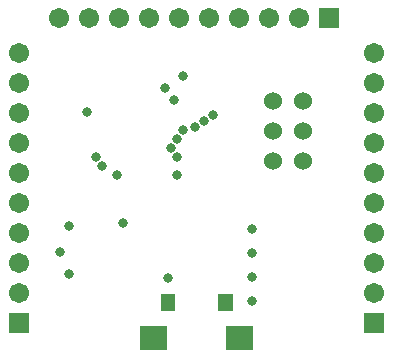
<source format=gbs>
G04*
G04 #@! TF.GenerationSoftware,Altium Limited,Altium Designer,20.2.4 (192)*
G04*
G04 Layer_Color=16711935*
%FSLAX25Y25*%
%MOIN*%
G70*
G04*
G04 #@! TF.SameCoordinates,10D436F5-3F1F-4B74-8332-D6DC9BA31C1D*
G04*
G04*
G04 #@! TF.FilePolarity,Negative*
G04*
G01*
G75*
%ADD33C,0.06706*%
%ADD34R,0.06706X0.06706*%
%ADD35R,0.06706X0.06706*%
%ADD36C,0.06000*%
%ADD37O,0.04540X0.08280*%
%ADD38C,0.04934*%
%ADD39C,0.03162*%
G36*
X201572Y125886D02*
X210630D01*
Y117616D01*
X201572D01*
Y125886D01*
D02*
G37*
G36*
X208460Y136417D02*
X213386D01*
Y130708D01*
X208460D01*
Y136417D01*
D02*
G37*
G36*
X230324Y125886D02*
X239370D01*
Y117605D01*
X230324D01*
Y125886D01*
D02*
G37*
G36*
X227566Y136417D02*
X232480D01*
Y130707D01*
X227566D01*
Y136417D01*
D02*
G37*
D33*
X279528Y136850D02*
D03*
Y146850D02*
D03*
Y156850D02*
D03*
Y166850D02*
D03*
Y176850D02*
D03*
Y186850D02*
D03*
Y196850D02*
D03*
Y206850D02*
D03*
Y216850D02*
D03*
X161417Y136850D02*
D03*
Y146850D02*
D03*
Y156850D02*
D03*
Y166850D02*
D03*
Y176850D02*
D03*
Y186850D02*
D03*
Y196850D02*
D03*
Y206850D02*
D03*
Y216850D02*
D03*
X254724Y228346D02*
D03*
X244724D02*
D03*
X234724D02*
D03*
X224724D02*
D03*
X214724D02*
D03*
X204724D02*
D03*
X194724D02*
D03*
X184724D02*
D03*
X174724D02*
D03*
D34*
X279528Y126850D02*
D03*
X161417D02*
D03*
D35*
X264724Y228346D02*
D03*
D36*
X255906Y200787D02*
D03*
Y190787D02*
D03*
Y180787D02*
D03*
X245905D02*
D03*
Y190787D02*
D03*
Y200787D02*
D03*
D37*
X234301Y121752D02*
D03*
X206644D02*
D03*
D38*
X230020Y133563D02*
D03*
X210925D02*
D03*
D39*
X216000Y191000D02*
D03*
X184000Y197000D02*
D03*
X214000Y188000D02*
D03*
X212000Y185000D02*
D03*
X214000Y176000D02*
D03*
Y182000D02*
D03*
X196000Y160000D02*
D03*
X187000Y182000D02*
D03*
X210983Y141684D02*
D03*
X194000Y176000D02*
D03*
X189000Y179000D02*
D03*
X216000Y209000D02*
D03*
X213000Y201000D02*
D03*
X210000Y205000D02*
D03*
X178000Y143000D02*
D03*
Y159000D02*
D03*
X174823Y150352D02*
D03*
X239000Y134000D02*
D03*
Y142000D02*
D03*
Y150000D02*
D03*
Y158000D02*
D03*
X220000Y192000D02*
D03*
X223000Y194000D02*
D03*
X226000Y196000D02*
D03*
M02*

</source>
